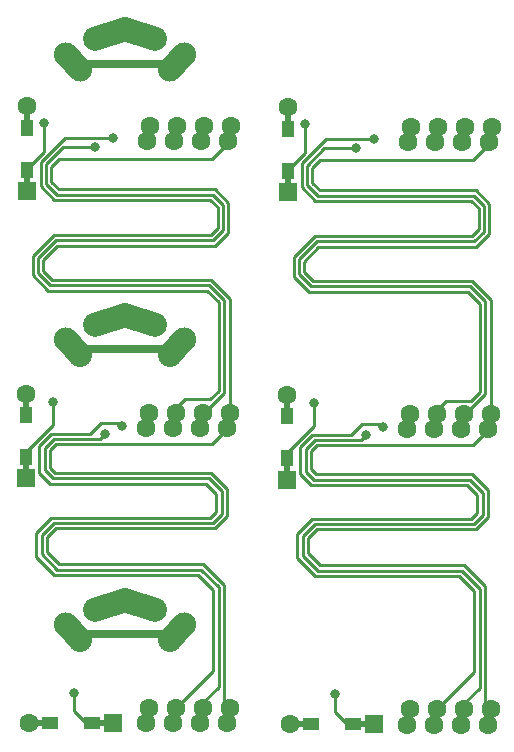
<source format=gbr>
%TF.GenerationSoftware,KiCad,Pcbnew,(6.0.4)*%
%TF.CreationDate,2022-12-14T16:12:07+01:00*%
%TF.ProjectId,column,636f6c75-6d6e-42e6-9b69-6361645f7063,rev?*%
%TF.SameCoordinates,Original*%
%TF.FileFunction,Copper,L1,Top*%
%TF.FilePolarity,Positive*%
%FSLAX46Y46*%
G04 Gerber Fmt 4.6, Leading zero omitted, Abs format (unit mm)*
G04 Created by KiCad (PCBNEW (6.0.4)) date 2022-12-14 16:12:07*
%MOMM*%
%LPD*%
G01*
G04 APERTURE LIST*
G04 Aperture macros list*
%AMRoundRect*
0 Rectangle with rounded corners*
0 $1 Rounding radius*
0 $2 $3 $4 $5 $6 $7 $8 $9 X,Y pos of 4 corners*
0 Add a 4 corners polygon primitive as box body*
4,1,4,$2,$3,$4,$5,$6,$7,$8,$9,$2,$3,0*
0 Add four circle primitives for the rounded corners*
1,1,$1+$1,$2,$3*
1,1,$1+$1,$4,$5*
1,1,$1+$1,$6,$7*
1,1,$1+$1,$8,$9*
0 Add four rect primitives between the rounded corners*
20,1,$1+$1,$2,$3,$4,$5,0*
20,1,$1+$1,$4,$5,$6,$7,0*
20,1,$1+$1,$6,$7,$8,$9,0*
20,1,$1+$1,$8,$9,$2,$3,0*%
%AMHorizOval*
0 Thick line with rounded ends*
0 $1 width*
0 $2 $3 position (X,Y) of the first rounded end (center of the circle)*
0 $4 $5 position (X,Y) of the second rounded end (center of the circle)*
0 Add line between two ends*
20,1,$1,$2,$3,$4,$5,0*
0 Add two circle primitives to create the rounded ends*
1,1,$1,$2,$3*
1,1,$1,$4,$5*%
%AMFreePoly0*
4,1,13,0.650000,-0.475000,-0.650000,-0.475000,-0.650000,-0.228600,-1.093200,-0.228600,-1.128555,-0.213955,-1.143200,-0.178600,-1.143200,0.177000,-1.128555,0.212355,-1.093200,0.227000,-0.650000,0.227000,-0.650000,0.475000,0.650000,0.475000,0.650000,-0.475000,0.650000,-0.475000,$1*%
%AMFreePoly1*
4,1,13,0.650000,0.229000,1.093200,0.229000,1.128555,0.214355,1.143200,0.179000,1.143200,-0.176600,1.128555,-0.211955,1.093200,-0.226600,0.650000,-0.226600,0.650000,-0.475000,-0.650000,-0.475000,-0.650000,0.475000,0.650000,0.475000,0.650000,0.229000,0.650000,0.229000,$1*%
G04 Aperture macros list end*
%TA.AperFunction,ComponentPad*%
%ADD10C,1.600000*%
%TD*%
%TA.AperFunction,ComponentPad*%
%ADD11C,2.032000*%
%TD*%
%TA.AperFunction,SMDPad,CuDef*%
%ADD12RoundRect,0.189673X3.620327X0.189672X-3.620327X0.189672X-3.620327X-0.189672X3.620327X-0.189672X0*%
%TD*%
%TA.AperFunction,ComponentPad*%
%ADD13HorizOval,2.032000X-0.608505X0.641231X0.608505X-0.641231X0*%
%TD*%
%TA.AperFunction,ComponentPad*%
%ADD14HorizOval,2.032000X-0.608505X-0.641231X0.608505X0.641231X0*%
%TD*%
%TA.AperFunction,ComponentPad*%
%ADD15HorizOval,2.032000X-1.269427X0.410014X1.269427X-0.410014X0*%
%TD*%
%TA.AperFunction,ComponentPad*%
%ADD16HorizOval,2.032000X-1.269427X-0.410014X1.269427X0.410014X0*%
%TD*%
%TA.AperFunction,SMDPad,CuDef*%
%ADD17FreePoly0,90.000000*%
%TD*%
%TA.AperFunction,ComponentPad*%
%ADD18R,1.600000X1.600000*%
%TD*%
%TA.AperFunction,SMDPad,CuDef*%
%ADD19FreePoly1,90.000000*%
%TD*%
%TA.AperFunction,SMDPad,CuDef*%
%ADD20FreePoly0,180.000000*%
%TD*%
%TA.AperFunction,SMDPad,CuDef*%
%ADD21FreePoly1,180.000000*%
%TD*%
%TA.AperFunction,ViaPad*%
%ADD22C,0.800000*%
%TD*%
%TA.AperFunction,Conductor*%
%ADD23C,0.250000*%
%TD*%
G04 APERTURE END LIST*
D10*
%TO.P,J5,1,Pin_1*%
%TO.N,col0*%
X216182672Y-104293976D03*
X216442672Y-103003976D03*
%TO.P,J5,2,Pin_2*%
%TO.N,row_0*%
X218728672Y-103003976D03*
X218468672Y-104293976D03*
%TO.P,J5,3,Pin_3*%
%TO.N,row_1*%
X220754672Y-104293976D03*
X221014672Y-103003976D03*
%TO.P,J5,4,Pin_4*%
%TO.N,row_2*%
X223040672Y-104293976D03*
X223300672Y-103003976D03*
%TD*%
D11*
%TO.P,SW2,1,1*%
%TO.N,row_1*%
X188473903Y-98008886D03*
D12*
X192279006Y-97539041D03*
D11*
X196093903Y-98008886D03*
D13*
X187869004Y-97365454D03*
D14*
X196698802Y-97365454D03*
D11*
%TO.P,SW2,2,2*%
%TO.N,Net-(D2-Pad1)*%
X192283903Y-94648886D03*
D15*
X193539251Y-95053955D03*
D16*
X191028555Y-95053955D03*
%TD*%
D10*
%TO.P,J2,1,Pin_1*%
%TO.N,col0*%
X216541641Y-78728932D03*
X216281641Y-80018932D03*
%TO.P,J2,2,Pin_2*%
%TO.N,row_0*%
X218567641Y-80018932D03*
X218827641Y-78728932D03*
%TO.P,J2,3,Pin_3*%
%TO.N,row_1*%
X220853641Y-80018932D03*
X221113641Y-78728932D03*
%TO.P,J2,4,Pin_4*%
%TO.N,row_2*%
X223399641Y-78728932D03*
X223139641Y-80018932D03*
%TD*%
D11*
%TO.P,SW3,1,1*%
%TO.N,row_2*%
X188473903Y-122106886D03*
D14*
X196698802Y-121463454D03*
D12*
X192279006Y-121637041D03*
D11*
X196093903Y-122106886D03*
D13*
X187869004Y-121463454D03*
D16*
%TO.P,SW3,2,2*%
%TO.N,Net-(D3-Pad1)*%
X191028555Y-119151955D03*
D11*
X192283903Y-118746886D03*
D15*
X193539251Y-119151955D03*
%TD*%
D10*
%TO.P,J3,1,Pin_1*%
%TO.N,col0*%
X194313491Y-127916194D03*
X194053491Y-129206194D03*
%TO.P,J3,2,Pin_2*%
%TO.N,row_0*%
X196339491Y-129206194D03*
X196599491Y-127916194D03*
%TO.P,J3,3,Pin_3*%
%TO.N,row_1*%
X198885491Y-127916194D03*
X198625491Y-129206194D03*
%TO.P,J3,4,Pin_4*%
%TO.N,row_2*%
X201171491Y-127916194D03*
X200911491Y-129206194D03*
%TD*%
%TO.P,J3,1,Pin_1*%
%TO.N,col0*%
X216148000Y-129306000D03*
X216408000Y-128016000D03*
%TO.P,J3,2,Pin_2*%
%TO.N,row_0*%
X218694000Y-128016000D03*
X218434000Y-129306000D03*
%TO.P,J3,3,Pin_3*%
%TO.N,row_1*%
X220720000Y-129306000D03*
X220980000Y-128016000D03*
%TO.P,J3,4,Pin_4*%
%TO.N,row_2*%
X223266000Y-128016000D03*
X223006000Y-129306000D03*
%TD*%
%TO.P,J5,1,Pin_1*%
%TO.N,col0*%
X194348163Y-102904170D03*
X194088163Y-104194170D03*
%TO.P,J5,2,Pin_2*%
%TO.N,row_0*%
X196634163Y-102904170D03*
X196374163Y-104194170D03*
%TO.P,J5,3,Pin_3*%
%TO.N,row_1*%
X198660163Y-104194170D03*
X198920163Y-102904170D03*
%TO.P,J5,4,Pin_4*%
%TO.N,row_2*%
X201206163Y-102904170D03*
X200946163Y-104194170D03*
%TD*%
%TO.P,J2,1,Pin_1*%
%TO.N,col0*%
X194447132Y-78629126D03*
X194187132Y-79919126D03*
%TO.P,J2,2,Pin_2*%
%TO.N,row_0*%
X196473132Y-79919126D03*
X196733132Y-78629126D03*
%TO.P,J2,3,Pin_3*%
%TO.N,row_1*%
X198759132Y-79919126D03*
X199019132Y-78629126D03*
%TO.P,J2,4,Pin_4*%
%TO.N,row_2*%
X201045132Y-79919126D03*
X201305132Y-78629126D03*
%TD*%
D11*
%TO.P,SW1,1,1*%
%TO.N,row_0*%
X188473903Y-73810886D03*
X196093903Y-73810886D03*
D13*
X187869004Y-73167454D03*
D14*
X196698802Y-73167454D03*
D12*
X192279006Y-73341041D03*
D15*
%TO.P,SW1,2,2*%
%TO.N,Net-(D1-Pad1)*%
X193539251Y-70855955D03*
D16*
X191028555Y-70855955D03*
D11*
X192283903Y-70450886D03*
%TD*%
D17*
%TO.P,D2,1,K*%
%TO.N,Net-(D2-Pad1)*%
X205983046Y-106758411D03*
D18*
X205983046Y-108559411D03*
D19*
%TO.P,D2,2,A*%
%TO.N,col0*%
X205983046Y-103208411D03*
D10*
X205983046Y-101407411D03*
%TD*%
D20*
%TO.P,D3,1,K*%
%TO.N,Net-(D3-Pad1)*%
X211579000Y-129286000D03*
D18*
X213380000Y-129286000D03*
D21*
%TO.P,D3,2,A*%
%TO.N,col0*%
X208029000Y-129286000D03*
D10*
X206228000Y-129286000D03*
%TD*%
D20*
%TO.P,D3,1,K*%
%TO.N,Net-(D3-Pad1)*%
X189484491Y-129186194D03*
D18*
X191285491Y-129186194D03*
D21*
%TO.P,D3,2,A*%
%TO.N,col0*%
X185934491Y-129186194D03*
D10*
X184133491Y-129186194D03*
%TD*%
D17*
%TO.P,D2,1,K*%
%TO.N,Net-(D2-Pad1)*%
X183888537Y-106658605D03*
D18*
X183888537Y-108459605D03*
D10*
%TO.P,D2,2,A*%
%TO.N,col0*%
X183888537Y-101307605D03*
D19*
X183888537Y-103108605D03*
%TD*%
D17*
%TO.P,D1,1,K*%
%TO.N,Net-(D1-Pad1)*%
X206078401Y-82405247D03*
D18*
X206078401Y-84206247D03*
D19*
%TO.P,D1,2,A*%
%TO.N,col0*%
X206078401Y-78855247D03*
D10*
X206078401Y-77054247D03*
%TD*%
D18*
%TO.P,D1,1,K*%
%TO.N,Net-(D1-Pad1)*%
X183983892Y-84106441D03*
D17*
X183983892Y-82305441D03*
D19*
%TO.P,D1,2,A*%
%TO.N,col0*%
X183983892Y-78755441D03*
D10*
X183983892Y-76954441D03*
%TD*%
D22*
%TO.N,Net-(D1-Pad1)*%
X185423491Y-78386194D03*
X207518000Y-78486000D03*
%TO.N,Net-(D2-Pad1)*%
X186185491Y-102008194D03*
X208280000Y-102108000D03*
%TO.N,Net-(D3-Pad1)*%
X187963491Y-126646194D03*
X210058000Y-126746000D03*
%TO.N,row_0*%
X213360000Y-79756000D03*
X214122000Y-104140000D03*
X192027491Y-104040194D03*
X191265491Y-79656194D03*
%TO.N,row_1*%
X190630491Y-104675194D03*
X211836000Y-80518000D03*
X189741491Y-80418194D03*
X212725000Y-104775000D03*
%TD*%
D23*
%TO.N,Net-(D1-Pad1)*%
X207518000Y-78486000D02*
X207518000Y-80896848D01*
X183983892Y-82236641D02*
X183983892Y-82305441D01*
X185423491Y-80797042D02*
X183983892Y-82236641D01*
X185423491Y-78386194D02*
X185423491Y-80797042D01*
X206078401Y-82336447D02*
X206078401Y-82405247D01*
X207518000Y-80896848D02*
X206078401Y-82336447D01*
%TO.N,Net-(D2-Pad1)*%
X208280000Y-104010848D02*
X205994000Y-106296848D01*
X186185491Y-102008194D02*
X186185491Y-103911042D01*
X208280000Y-102108000D02*
X208280000Y-104010848D01*
X186185491Y-103911042D02*
X183899491Y-106197042D01*
X183899491Y-106197042D02*
X183899491Y-108632194D01*
X205994000Y-106296848D02*
X205994000Y-108732000D01*
%TO.N,Net-(D3-Pad1)*%
X211074000Y-129286000D02*
X213380000Y-129286000D01*
X188979491Y-129186194D02*
X191285491Y-129186194D01*
X210058000Y-128270000D02*
X211074000Y-129286000D01*
X187963491Y-126646194D02*
X187963491Y-128170194D01*
X187963491Y-128170194D02*
X188979491Y-129186194D01*
X210058000Y-126746000D02*
X210058000Y-128270000D01*
%TO.N,row_0*%
X186067096Y-104665154D02*
X185032451Y-105699799D01*
X199529095Y-111777154D02*
X186067097Y-111777154D01*
X211074000Y-92710000D02*
X221360282Y-92710000D01*
X207257616Y-83815051D02*
X208415606Y-84973040D01*
X184778451Y-115080590D02*
X186321096Y-116623234D01*
X222112960Y-109846396D02*
X222112960Y-111387604D01*
X206872960Y-113165605D02*
X206872960Y-115180396D01*
X184465971Y-89629997D02*
X184465971Y-91272391D01*
X196091491Y-128424194D02*
X196091491Y-129440194D01*
X208347803Y-87942480D02*
X206560480Y-89729803D01*
X200155491Y-87274758D02*
X199587575Y-87842674D01*
X192027491Y-104040194D02*
X191773491Y-103786194D01*
X199265773Y-92610194D02*
X200213971Y-93558392D01*
X199496353Y-101777614D02*
X197361491Y-101777614D01*
X185976882Y-108913020D02*
X199184881Y-108913020D01*
X222250000Y-85599436D02*
X222250000Y-87374564D01*
X213868000Y-103886000D02*
X212344000Y-103886000D01*
X186253294Y-87842674D02*
X184465971Y-89629997D01*
X221623604Y-84973040D02*
X222250000Y-85599436D01*
X184778451Y-113065799D02*
X184778451Y-115080590D01*
X220607604Y-116723040D02*
X221858960Y-117974396D01*
X222250000Y-87374564D02*
X221682084Y-87942480D01*
X207257615Y-81792951D02*
X207257616Y-83815051D01*
X208415605Y-116723040D02*
X220607604Y-116723040D01*
X218694000Y-102639420D02*
X218694000Y-103124000D01*
X222308480Y-101159802D02*
X221590862Y-101877420D01*
X199764451Y-117874590D02*
X199764451Y-124751234D01*
X199184881Y-108913020D02*
X200018451Y-109746590D01*
X190249491Y-103786194D02*
X189370531Y-104665154D01*
X185163107Y-83715245D02*
X186321097Y-84873234D01*
X185032451Y-105699799D02*
X185032451Y-107968588D01*
X207126960Y-108068394D02*
X208071391Y-109012826D01*
X208161605Y-104764960D02*
X207126960Y-105799605D01*
X221682084Y-87942480D02*
X208347803Y-87942480D01*
X206560480Y-89729803D02*
X206560480Y-91372197D01*
X200213971Y-93558392D02*
X200213971Y-101059996D01*
X212344000Y-103886000D02*
X211465040Y-104764960D01*
X211465040Y-104764960D02*
X208161605Y-104764960D01*
X221858960Y-124851040D02*
X218186000Y-128524000D01*
X221590862Y-101877420D02*
X219456000Y-101877420D01*
X221858960Y-117974396D02*
X221858960Y-124851040D01*
X207126960Y-105799605D02*
X207126960Y-108068394D01*
X186067097Y-111777154D02*
X184778451Y-113065799D01*
X199529095Y-84873234D02*
X200155491Y-85499630D01*
X200018451Y-111287798D02*
X199529095Y-111777154D01*
X188921011Y-92551714D02*
X188979491Y-92610194D01*
X208071391Y-109012826D02*
X221279390Y-109012826D01*
X213360000Y-79756000D02*
X209294565Y-79756000D01*
X198513095Y-116623234D02*
X199764451Y-117874590D01*
X185745294Y-92551714D02*
X188921011Y-92551714D01*
X191265491Y-79656194D02*
X187200056Y-79656194D01*
X219456000Y-101877420D02*
X218694000Y-102639420D01*
X199587575Y-87842674D02*
X186253294Y-87842674D01*
X207839803Y-92651520D02*
X211015520Y-92651520D01*
X214122000Y-104140000D02*
X213868000Y-103886000D01*
X186321096Y-116623234D02*
X198513095Y-116623234D01*
X186321097Y-84873234D02*
X199529095Y-84873234D01*
X199764451Y-124751234D02*
X196091491Y-128424194D01*
X200018451Y-109746590D02*
X200018451Y-111287798D01*
X196599491Y-102539614D02*
X196599491Y-103024194D01*
X221623604Y-111876960D02*
X208161606Y-111876960D01*
X197361491Y-101777614D02*
X196599491Y-102539614D01*
X209294565Y-79756000D02*
X207257615Y-81792951D01*
X200213971Y-101059996D02*
X199496353Y-101777614D01*
X222308480Y-93658198D02*
X222308480Y-101159802D01*
X211015520Y-92651520D02*
X211074000Y-92710000D01*
X188979491Y-92610194D02*
X199265773Y-92610194D01*
X208161606Y-111876960D02*
X206872960Y-113165605D01*
X218186000Y-128524000D02*
X218186000Y-129540000D01*
X184465971Y-91272391D02*
X185745294Y-92551714D01*
X185163106Y-81693145D02*
X185163107Y-83715245D01*
X206560480Y-91372197D02*
X207839803Y-92651520D01*
X221360282Y-92710000D02*
X222308480Y-93658198D01*
X200155491Y-85499630D02*
X200155491Y-87274758D01*
X208415606Y-84973040D02*
X221623604Y-84973040D01*
X222112960Y-111387604D02*
X221623604Y-111876960D01*
X189370531Y-104665154D02*
X186067096Y-104665154D01*
X221279390Y-109012826D02*
X222112960Y-109846396D01*
X187200056Y-79656194D02*
X185163106Y-81693145D01*
X191773491Y-103786194D02*
X190249491Y-103786194D01*
X206872960Y-115180396D02*
X208415605Y-116723040D01*
X185032451Y-107968588D02*
X185976882Y-108913020D01*
%TO.N,row_1*%
X186507294Y-116173714D02*
X185227971Y-114894391D01*
X222562480Y-109660198D02*
X221465588Y-108563306D01*
X221809802Y-112326480D02*
X222562480Y-111573802D01*
X189741491Y-80418194D02*
X187073774Y-80418194D01*
X185612626Y-83529047D02*
X186507294Y-84423714D01*
X184915491Y-91086194D02*
X185931491Y-92102194D01*
X209168283Y-80518000D02*
X207707135Y-81979148D01*
X199715293Y-84423714D02*
X200605011Y-85313433D01*
X200663491Y-93372194D02*
X200663491Y-101246194D01*
X185481971Y-107782391D02*
X185481971Y-105885997D01*
X220472000Y-128016000D02*
X222308480Y-126179520D01*
X208347803Y-112326480D02*
X221809802Y-112326480D01*
X198377491Y-129440194D02*
X198377491Y-127916194D01*
X207010000Y-89916000D02*
X207010000Y-91186000D01*
X198699293Y-116173714D02*
X186507294Y-116173714D01*
X208601803Y-84523520D02*
X221809802Y-84523520D01*
X200467971Y-111473996D02*
X200467971Y-109560392D01*
X185227971Y-113251996D02*
X186253294Y-112226674D01*
X221465588Y-108563306D02*
X208257588Y-108563306D01*
X222562480Y-111573802D02*
X222562480Y-109660198D01*
X220793802Y-116273520D02*
X208601803Y-116273520D01*
X186439491Y-88292194D02*
X184915491Y-89816194D01*
X207576480Y-107882197D02*
X207576480Y-105985803D01*
X199773773Y-88292194D02*
X186439491Y-88292194D01*
X186253294Y-105114674D02*
X190191011Y-105114674D01*
X199371079Y-108463500D02*
X186163079Y-108463500D01*
X208347803Y-105214480D02*
X212285520Y-105214480D01*
X222308480Y-117788198D02*
X220793802Y-116273520D01*
X200213971Y-126079714D02*
X200213971Y-117688392D01*
X200213971Y-117688392D02*
X198699293Y-116173714D01*
X222758000Y-101346000D02*
X220980000Y-103124000D01*
X199393491Y-92102194D02*
X200663491Y-93372194D01*
X190191011Y-105114674D02*
X190630491Y-104675194D01*
X207010000Y-91186000D02*
X208026000Y-92202000D01*
X185227971Y-114894391D02*
X185227971Y-113251996D01*
X221868282Y-88392000D02*
X208534000Y-88392000D01*
X212285520Y-105214480D02*
X212725000Y-104775000D01*
X200663491Y-101246194D02*
X198885491Y-103024194D01*
X187073774Y-80418194D02*
X185612626Y-81879342D01*
X208601803Y-116273520D02*
X207322480Y-114994197D01*
X222699520Y-85413239D02*
X222699520Y-87560762D01*
X220472000Y-129540000D02*
X220472000Y-128016000D01*
X221809802Y-84523520D02*
X222699520Y-85413239D01*
X185612626Y-81879342D02*
X185612626Y-83529047D01*
X222758000Y-93472000D02*
X222758000Y-101346000D01*
X211836000Y-80518000D02*
X209168283Y-80518000D01*
X208026000Y-92202000D02*
X221488000Y-92202000D01*
X200605011Y-85313433D02*
X200605011Y-87460956D01*
X186163079Y-108463500D02*
X185481971Y-107782391D01*
X207707135Y-81979148D02*
X207707135Y-83628853D01*
X186253294Y-112226674D02*
X199715293Y-112226674D01*
X198377491Y-127916194D02*
X200213971Y-126079714D01*
X207707135Y-83628853D02*
X208601803Y-84523520D01*
X222699520Y-87560762D02*
X221868282Y-88392000D01*
X200467971Y-109560392D02*
X199371079Y-108463500D01*
X221488000Y-92202000D02*
X222758000Y-93472000D01*
X186507294Y-84423714D02*
X199715293Y-84423714D01*
X208257588Y-108563306D02*
X207576480Y-107882197D01*
X222308480Y-126179520D02*
X222308480Y-117788198D01*
X207576480Y-105985803D02*
X208347803Y-105214480D01*
X207322480Y-113351802D02*
X208347803Y-112326480D01*
X208534000Y-88392000D02*
X207010000Y-89916000D01*
X184915491Y-89816194D02*
X184915491Y-91086194D01*
X185931491Y-92102194D02*
X199393491Y-92102194D01*
X185481971Y-105885997D02*
X186253294Y-105114674D01*
X199715293Y-112226674D02*
X200467971Y-111473996D01*
X207322480Y-114994197D02*
X207322480Y-113351802D01*
X200605011Y-87460956D02*
X199773773Y-88292194D01*
%TO.N,row_2*%
X186117689Y-91652674D02*
X199579688Y-91652674D01*
X208534000Y-105664000D02*
X208026000Y-106172000D01*
X199557277Y-108013980D02*
X200917491Y-109374194D01*
X221742000Y-105664000D02*
X208534000Y-105664000D01*
X198885491Y-115724194D02*
X200663491Y-117502194D01*
X221674197Y-91752480D02*
X223266000Y-93344283D01*
X199579688Y-91652674D02*
X201171491Y-93244477D01*
X208156655Y-83442655D02*
X208788000Y-84074000D01*
X185365011Y-90899996D02*
X186117689Y-91652674D01*
X186062146Y-82065539D02*
X186062146Y-83342849D01*
X207459520Y-90999802D02*
X208212198Y-91752480D01*
X186693491Y-81434194D02*
X186062146Y-82065539D01*
X201171491Y-93244477D02*
X201171491Y-103024194D01*
X208026000Y-106172000D02*
X208026000Y-107696000D01*
X207772000Y-114808000D02*
X208788000Y-115824000D01*
X223012000Y-111760000D02*
X221996000Y-112776000D01*
X221742000Y-81534000D02*
X208788000Y-81534000D01*
X207772000Y-113538000D02*
X207772000Y-114808000D01*
X201054531Y-85127236D02*
X201054531Y-87647154D01*
X222758000Y-117602000D02*
X222758000Y-129032000D01*
X221996000Y-112776000D02*
X208534000Y-112776000D01*
X185677491Y-114708194D02*
X186693491Y-115724194D01*
X221996000Y-84074001D02*
X223149040Y-85227042D01*
X208534000Y-112776000D02*
X207772000Y-113538000D01*
X208212198Y-91752480D02*
X221674197Y-91752480D01*
X186693491Y-83974194D02*
X199901491Y-83974195D01*
X199647491Y-105564194D02*
X186439491Y-105564194D01*
X208026000Y-107696000D02*
X208443786Y-108113786D01*
X208443786Y-108113786D02*
X221651786Y-108113786D01*
X186439491Y-112676194D02*
X185677491Y-113438194D01*
X208661718Y-88900000D02*
X207459520Y-90102198D01*
X200917491Y-109374194D02*
X200917491Y-111660194D01*
X200917491Y-111660194D02*
X199901491Y-112676194D01*
X199901491Y-112676194D02*
X186439491Y-112676194D01*
X223149040Y-87746960D02*
X221996000Y-88900000D01*
X185365011Y-90002392D02*
X185365011Y-90899996D01*
X186062146Y-83342849D02*
X186693491Y-83974194D01*
X199901491Y-88800194D02*
X186567209Y-88800194D01*
X223012000Y-109474000D02*
X223012000Y-111760000D01*
X221996000Y-88900000D02*
X208661718Y-88900000D01*
X208788000Y-115824000D02*
X220980000Y-115824000D01*
X200917491Y-104294194D02*
X199647491Y-105564194D01*
X208788000Y-81534000D02*
X208156655Y-82165345D01*
X185931491Y-107596194D02*
X186349277Y-108013980D01*
X186693491Y-115724194D02*
X198885491Y-115724194D01*
X186349277Y-108013980D02*
X199557277Y-108013980D01*
X185931491Y-106072194D02*
X185931491Y-107596194D01*
X200663491Y-117502194D02*
X200663491Y-128932194D01*
X186439491Y-105564194D02*
X185931491Y-106072194D01*
X199647491Y-81434194D02*
X186693491Y-81434194D01*
X208788000Y-84074000D02*
X221996000Y-84074001D01*
X223266000Y-93344283D02*
X223266000Y-103124000D01*
X207459520Y-90102198D02*
X207459520Y-90999802D01*
X221651786Y-108113786D02*
X223012000Y-109474000D01*
X185677491Y-113438194D02*
X185677491Y-114708194D01*
X208156655Y-82165345D02*
X208156655Y-83442655D01*
X223012000Y-104394000D02*
X221742000Y-105664000D01*
X201054531Y-87647154D02*
X199901491Y-88800194D01*
X199901491Y-83974195D02*
X201054531Y-85127236D01*
X223012000Y-80264000D02*
X221742000Y-81534000D01*
X220980000Y-115824000D02*
X222758000Y-117602000D01*
X200917491Y-80164194D02*
X199647491Y-81434194D01*
X186567209Y-88800194D02*
X185365011Y-90002392D01*
X223149040Y-85227042D02*
X223149040Y-87746960D01*
%TD*%
M02*

</source>
